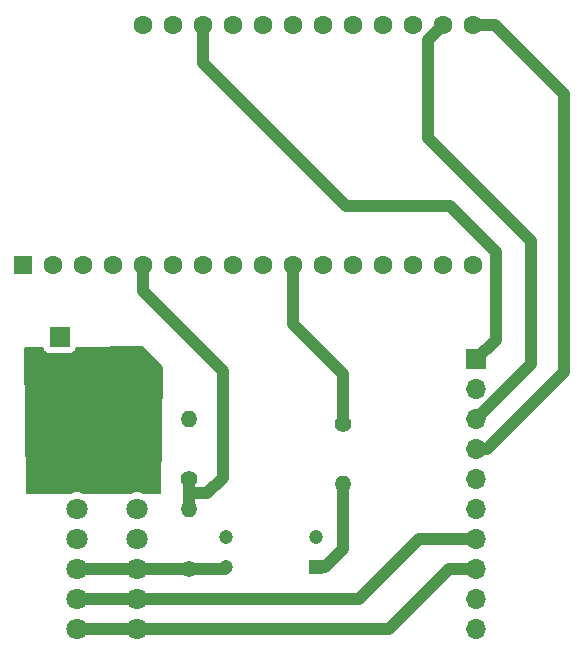
<source format=gtl>
G04 #@! TF.GenerationSoftware,KiCad,Pcbnew,7.0.7*
G04 #@! TF.CreationDate,2023-10-16T22:46:46-07:00*
G04 #@! TF.ProjectId,Load Cell Ground Systems,4c6f6164-2043-4656-9c6c-2047726f756e,rev?*
G04 #@! TF.SameCoordinates,Original*
G04 #@! TF.FileFunction,Copper,L1,Top*
G04 #@! TF.FilePolarity,Positive*
%FSLAX46Y46*%
G04 Gerber Fmt 4.6, Leading zero omitted, Abs format (unit mm)*
G04 Created by KiCad (PCBNEW 7.0.7) date 2023-10-16 22:46:46*
%MOMM*%
%LPD*%
G01*
G04 APERTURE LIST*
G04 #@! TA.AperFunction,ComponentPad*
%ADD10R,1.800000X1.800000*%
G04 #@! TD*
G04 #@! TA.AperFunction,ComponentPad*
%ADD11C,1.800000*%
G04 #@! TD*
G04 #@! TA.AperFunction,ComponentPad*
%ADD12C,1.400000*%
G04 #@! TD*
G04 #@! TA.AperFunction,ComponentPad*
%ADD13O,1.400000X1.400000*%
G04 #@! TD*
G04 #@! TA.AperFunction,ComponentPad*
%ADD14R,1.600000X1.600000*%
G04 #@! TD*
G04 #@! TA.AperFunction,ComponentPad*
%ADD15C,1.600000*%
G04 #@! TD*
G04 #@! TA.AperFunction,ComponentPad*
%ADD16R,1.200000X1.200000*%
G04 #@! TD*
G04 #@! TA.AperFunction,ComponentPad*
%ADD17C,1.200000*%
G04 #@! TD*
G04 #@! TA.AperFunction,ComponentPad*
%ADD18R,1.700000X1.700000*%
G04 #@! TD*
G04 #@! TA.AperFunction,ComponentPad*
%ADD19O,1.700000X1.700000*%
G04 #@! TD*
G04 #@! TA.AperFunction,Conductor*
%ADD20C,1.000000*%
G04 #@! TD*
G04 APERTURE END LIST*
D10*
X39370000Y-60790000D03*
D11*
X44450000Y-60790000D03*
X39370000Y-63330000D03*
X44450000Y-63330000D03*
X39370000Y-65870000D03*
X44450000Y-65870000D03*
X39370000Y-68410000D03*
X44450000Y-68410000D03*
X39370000Y-70950000D03*
X44450000Y-70950000D03*
X39370000Y-73490000D03*
X44450000Y-73490000D03*
X39370000Y-76030000D03*
X44450000Y-76030000D03*
X39370000Y-78570000D03*
X44450000Y-78570000D03*
D12*
X48890000Y-73530000D03*
D13*
X48890000Y-68450000D03*
D14*
X34850000Y-47760000D03*
D15*
X37390000Y-47760000D03*
X39930000Y-47760000D03*
X42470000Y-47760000D03*
X45010000Y-47760000D03*
X47550000Y-47760000D03*
X50090000Y-47760000D03*
X52630000Y-47760000D03*
X55170000Y-47760000D03*
X57710000Y-47760000D03*
X60250000Y-47760000D03*
X62790000Y-47760000D03*
X65330000Y-47760000D03*
X67870000Y-47760000D03*
X70410000Y-47760000D03*
X72950000Y-47760000D03*
X72950000Y-27440000D03*
X70410000Y-27440000D03*
X67870000Y-27440000D03*
X65330000Y-27440000D03*
X62790000Y-27440000D03*
X60250000Y-27440000D03*
X57710000Y-27440000D03*
X55170000Y-27440000D03*
X52630000Y-27440000D03*
X50090000Y-27440000D03*
X47550000Y-27440000D03*
X45010000Y-27440000D03*
D12*
X61910000Y-61260000D03*
D13*
X61910000Y-66340000D03*
D16*
X59660000Y-73380000D03*
D17*
X59660000Y-70840000D03*
X52040000Y-70840000D03*
X52040000Y-73380000D03*
D18*
X37915000Y-53840000D03*
D19*
X37915000Y-56380000D03*
D12*
X48910000Y-65900000D03*
D13*
X48910000Y-60820000D03*
D18*
X73160000Y-55750000D03*
D19*
X73160000Y-58290000D03*
X73160000Y-60830000D03*
X73160000Y-63370000D03*
X73160000Y-65910000D03*
X73160000Y-68450000D03*
X73160000Y-70990000D03*
X73160000Y-73530000D03*
X73160000Y-76070000D03*
X73160000Y-78610000D03*
D20*
X48910000Y-65900000D02*
X48910000Y-67110000D01*
X50430000Y-67110000D02*
X48910000Y-67110000D01*
X48910000Y-67110000D02*
X48910000Y-68430000D01*
X48910000Y-68430000D02*
X48890000Y-68450000D01*
X51760000Y-65780000D02*
X50430000Y-67110000D01*
X45010000Y-49980000D02*
X51760000Y-56730000D01*
X45010000Y-47760000D02*
X45010000Y-49980000D01*
X51760000Y-56730000D02*
X51760000Y-65780000D01*
X74080000Y-63370000D02*
X73160000Y-63370000D01*
X80650000Y-33300000D02*
X80650000Y-56800000D01*
X74790000Y-27440000D02*
X80650000Y-33300000D01*
X80650000Y-56800000D02*
X74080000Y-63370000D01*
X72950000Y-27440000D02*
X74790000Y-27440000D01*
X69140000Y-28710000D02*
X69140000Y-37000000D01*
X77850000Y-45710000D02*
X77850000Y-56140000D01*
X69140000Y-37000000D02*
X77850000Y-45710000D01*
X77850000Y-56140000D02*
X73160000Y-60830000D01*
X70410000Y-27440000D02*
X69140000Y-28710000D01*
X57680000Y-52790000D02*
X61910000Y-57020000D01*
X57710000Y-47760000D02*
X57680000Y-47790000D01*
X61910000Y-57020000D02*
X61910000Y-61260000D01*
X57680000Y-47790000D02*
X57680000Y-52790000D01*
X62200000Y-42790000D02*
X70970000Y-42790000D01*
X74830000Y-46650000D02*
X74830000Y-54080000D01*
X70970000Y-42790000D02*
X74830000Y-46650000D01*
X74830000Y-54080000D02*
X73160000Y-55750000D01*
X50090000Y-27440000D02*
X50090000Y-30680000D01*
X50090000Y-30680000D02*
X62200000Y-42790000D01*
X61910000Y-71840000D02*
X61910000Y-66340000D01*
X59660000Y-73380000D02*
X60370000Y-73380000D01*
X60370000Y-73380000D02*
X61910000Y-71840000D01*
X39370000Y-73490000D02*
X44450000Y-73490000D01*
X51890000Y-73530000D02*
X52040000Y-73380000D01*
X48850000Y-73490000D02*
X48890000Y-73530000D01*
X44450000Y-73490000D02*
X48850000Y-73490000D01*
X48890000Y-73530000D02*
X51890000Y-73530000D01*
X39370000Y-76030000D02*
X44450000Y-76030000D01*
X44450000Y-76030000D02*
X63280000Y-76030000D01*
X68890000Y-70990000D02*
X73160000Y-70990000D01*
X63280000Y-76030000D02*
X68320000Y-70990000D01*
X68320000Y-70990000D02*
X68890000Y-70990000D01*
X65840000Y-78570000D02*
X44450000Y-78570000D01*
X73160000Y-73530000D02*
X70880000Y-73530000D01*
X39370000Y-78570000D02*
X44450000Y-78570000D01*
X67140000Y-77270000D02*
X65840000Y-78570000D01*
X70880000Y-73530000D02*
X67140000Y-77270000D01*
G04 #@! TA.AperFunction,Conductor*
G36*
X44973130Y-54669244D02*
G01*
X44995640Y-54687537D01*
X45138611Y-54834640D01*
X46624263Y-56363231D01*
X46656871Y-56425024D01*
X46659332Y-56451267D01*
X46521591Y-67037719D01*
X46501035Y-67104497D01*
X46447641Y-67149561D01*
X46397709Y-67160106D01*
X45116529Y-67161225D01*
X45057405Y-67146280D01*
X45014515Y-67123069D01*
X45014495Y-67123061D01*
X44794984Y-67047702D01*
X44623281Y-67019050D01*
X44566049Y-67009500D01*
X44333951Y-67009500D01*
X44288164Y-67017140D01*
X44105015Y-67047702D01*
X43885505Y-67123061D01*
X43885489Y-67123067D01*
X43840439Y-67147447D01*
X43781532Y-67162391D01*
X40044713Y-67165654D01*
X39985588Y-67150709D01*
X39934510Y-67123067D01*
X39934498Y-67123062D01*
X39714984Y-67047702D01*
X39543281Y-67019050D01*
X39486049Y-67009500D01*
X39253951Y-67009500D01*
X39208164Y-67017140D01*
X39025015Y-67047702D01*
X38805504Y-67123061D01*
X38805490Y-67123067D01*
X38752230Y-67151890D01*
X38693321Y-67166835D01*
X35192721Y-67169892D01*
X35125665Y-67150266D01*
X35079864Y-67097502D01*
X35068621Y-67047285D01*
X35068514Y-67037719D01*
X34931400Y-54834638D01*
X34950330Y-54767384D01*
X35002617Y-54721038D01*
X35054642Y-54709249D01*
X36449219Y-54700857D01*
X36516371Y-54720137D01*
X36562443Y-54772665D01*
X36570636Y-54796330D01*
X36570908Y-54797481D01*
X36621202Y-54932328D01*
X36621206Y-54932335D01*
X36707452Y-55047544D01*
X36707455Y-55047547D01*
X36822664Y-55133793D01*
X36822671Y-55133797D01*
X36957517Y-55184091D01*
X36957516Y-55184091D01*
X36964444Y-55184835D01*
X37017127Y-55190500D01*
X38812872Y-55190499D01*
X38872483Y-55184091D01*
X39007331Y-55133796D01*
X39122546Y-55047546D01*
X39208796Y-54932331D01*
X39259091Y-54797483D01*
X39259471Y-54793948D01*
X39260531Y-54791388D01*
X39260874Y-54789938D01*
X39261109Y-54789993D01*
X39286207Y-54729399D01*
X39343599Y-54689550D01*
X39382004Y-54683207D01*
X44900000Y-54650000D01*
X44900001Y-54649998D01*
X44905974Y-54649963D01*
X44973130Y-54669244D01*
G37*
G04 #@! TD.AperFunction*
M02*

</source>
